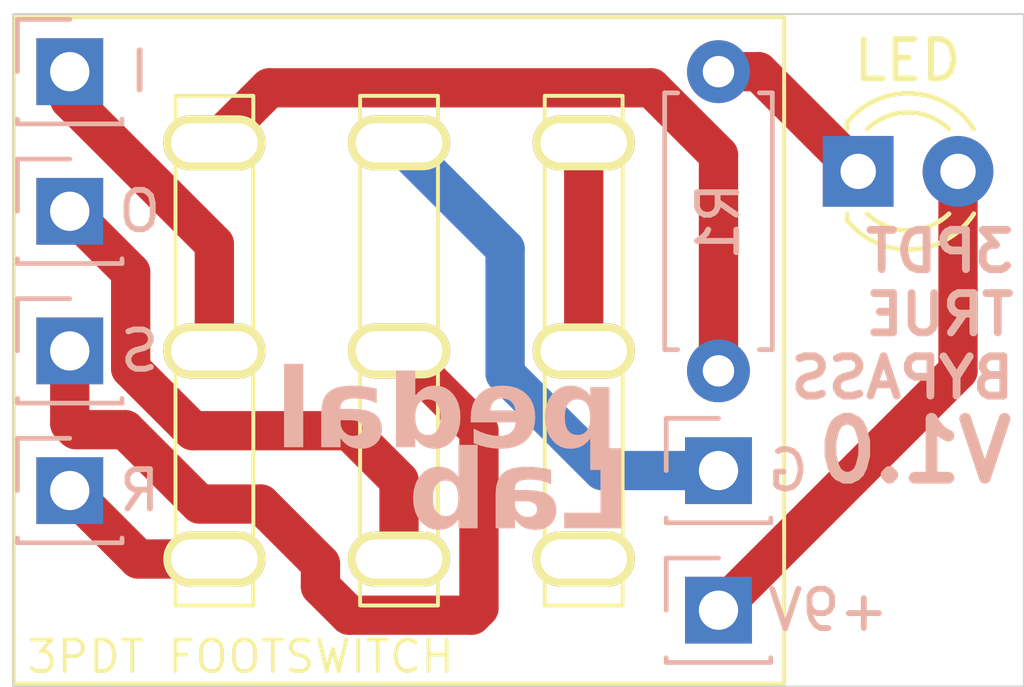
<source format=kicad_pcb>
(kicad_pcb (version 20240108) (generator "pcbnew") (generator_version "8.0")
  (layers (0 "F.Cu" signal) (31 "B.Cu" signal) (34 "B.Paste" user) (35 "F.Paste" user) (36 "B.SilkS" user "B.Silkscreen") (37 "F.SilkS" user "F.Silkscreen") (38 "B.Mask" user) (39 "F.Mask" user) (44 "Edge.Cuts" user))
  (net 0 "")
  (net 2 "Net-(J1-Pin_1)")
  (net 3 "Net-(J2-Pin_1)")
  (net 4 "Net-(J3-Pin_1)")
  (net 5 "Net-(J4-Pin_1)")
  (net 6 "Net-(J5-Pin_1)")
  (net 7 "Net-(D1-K)")
  (net 8 "Net-(SW1-C)")
  (net 9 "Net-(D1-A)")
  (net 10 "Net-(SW1-A)")
  (footprint "Library:STOMP-SWITCH-3PDT_DaierTek" (layer "F.Cu") (at 76.41844 55.59806)
    (property "Reference" "SW1")
    (property "Value" "SW_3PDT")
    (fp_rect (start -5.6896 -5.9944) (end -3.7084 6.985) (stroke (width 0.1)) (fill none) (layer "F.SilkS"))
    (fp_rect (start -0.9906 -5.9944) (end 0.9906 6.985) (stroke (width 0.1)) (fill none) (layer "F.SilkS"))
    (fp_rect (start 3.7084 -5.9944) (end 5.6896 6.985) (stroke (width 0.1)) (fill none) (layer "F.SilkS"))
    (pad "1" thru_hole oval (at -4.70004 -4.79806) (size 2.6 1.4) (drill oval 2.2 1) (layers "*.Cu" "F.Paste" "F.SilkS" "F.Mask") (net 10 "Net-(SW1-A)"))
    (pad "2" thru_hole oval (at -0.00004 -4.79806) (size 2.6 1.4) (drill oval 2.2 1) (layers "*.Cu" "F.Paste" "F.SilkS" "F.Mask") (net 2 "Net-(J1-Pin_1)"))
    (pad "3" thru_hole oval (at 4.69996 -4.79806) (size 2.6 1.4) (drill oval 2.2 1) (layers "*.Cu" "F.Paste" "F.SilkS" "F.Mask") (net 8 "Net-(SW1-C)"))
    (pad "4" thru_hole oval (at -4.70004 0.50194) (size 2.6 1.4) (drill oval 2.2 1) (layers "*.Cu" "F.Paste" "F.SilkS" "F.Mask") (net 5 "Net-(J4-Pin_1)"))
    (pad "5" thru_hole oval (at -0.00004 0.50173) (size 2.6 1.4) (drill oval 2.2 1) (layers "*.Cu" "F.Paste" "F.SilkS" "F.Mask") (net 3 "Net-(J2-Pin_1)"))
    (pad "6" thru_hole oval (at 4.69996 0.50173) (size 2.6 1.4) (drill oval 2.2 1) (layers "*.Cu" "F.Paste" "F.SilkS" "F.Mask") (net 8 "Net-(SW1-C)"))
    (pad "7" thru_hole oval (at -4.70004 5.80194) (size 2.6 1.4) (drill oval 2.2 1) (layers "*.Cu" "F.Paste" "F.SilkS" "F.Mask") (net 6 "Net-(J5-Pin_1)"))
    (pad "8" thru_hole oval (at -0.00004 5.80194) (size 2.6 1.4) (drill oval 2.2 1) (layers "*.Cu" "F.Paste" "F.SilkS" "F.Mask") (net 4 "Net-(J3-Pin_1)"))
    (pad "9" thru_hole oval (at 4.69996 5.80194) (size 2.6 1.4) (drill oval 2.2 1) (layers "*.Cu" "F.Paste" "F.SilkS" "F.Mask"))
  )
  (footprint "LED_THT:LED_D3.0mm" (layer "F.Cu") (at 88.104001 51.528001)
    (property "Reference" "D1" (hide yes))
    (property "Value" "LED" (at 1.256664 -2.824999 0) (layer "F.SilkS"))
    (fp_line (start -0.29 -1.236) (end -0.29 -1.08) (stroke (width 0.12)) (layer "F.SilkS"))
    (fp_line (start -0.29 1.08) (end -0.29 1.236) (stroke (width 0.12)) (layer "F.SilkS"))
    (fp_arc (start -0.29 -1.235516) (mid 1.366487 -1.987659) (end 2.942335 -1.078608) (stroke (width 0.12)) (layer "F.SilkS"))
    (fp_arc (start 0.229039 -1.08) (mid 1.270117 -1.5) (end 2.31113 -1.079837) (stroke (width 0.12)) (layer "F.SilkS"))
    (fp_arc (start 2.31113 1.079837) (mid 1.270117 1.5) (end 0.229039 1.08) (stroke (width 0.12)) (layer "F.SilkS"))
    (fp_arc (start 2.942335 1.078608) (mid 1.366487 1.987659) (end -0.29 1.235516) (stroke (width 0.12)) (layer "F.SilkS"))
    (pad "1" thru_hole rect (at 0 0) (size 1.8 1.8) (drill 0.9) (layers "*.Cu" "*.Mask") (net 7 "Net-(D1-K)"))
    (pad "2" thru_hole circle (at 2.54 0) (size 1.8 1.8) (drill 0.9) (layers "*.Cu" "*.Mask") (net 9 "Net-(D1-A)"))
  )
  (footprint "Connector_PinSocket_2.54mm:PinSocket_1x01_P2.54mm_Vertical" (layer "B.Cu") (at 68.038001 52.544001 180)
    (property "Reference" "J3" (hide yes))
    (property "Value" "O" (at -1.778 0 180) (layer "B.SilkS") (effects (justify mirror)))
    (fp_line (start 1.33 1.33) (end 0 1.33) (stroke (width 0.12)) (layer "B.SilkS"))
    (fp_line (start 1.33 0) (end 1.33 1.33) (stroke (width 0.12)) (layer "B.SilkS"))
    (fp_line (start 1.33 -1.33) (end 1.33 -1.21) (stroke (width 0.12)) (layer "B.SilkS"))
    (fp_line (start 1.33 -1.33) (end -1.33 -1.33) (stroke (width 0.12)) (layer "B.SilkS"))
    (fp_line (start -1.33 -1.33) (end -1.33 -1.21) (stroke (width 0.12)) (layer "B.SilkS"))
    (pad "1" thru_hole rect (at 0 0 180) (size 1.7 1.7) (drill 1) (layers "*.Cu" "*.Mask") (net 4 "Net-(J3-Pin_1)"))
  )
  (footprint "Connector_PinSocket_2.54mm:PinSocket_1x01_P2.54mm_Vertical" (layer "B.Cu") (at 84.548001 62.704001 180)
    (property "Reference" "J6" (hide yes))
    (property "Value" "+9V" (at -2.794 0 180) (layer "B.SilkS") (effects (justify mirror)))
    (fp_line (start 1.33 1.33) (end 0 1.33) (stroke (width 0.12)) (layer "B.SilkS"))
    (fp_line (start 1.33 0) (end 1.33 1.33) (stroke (width 0.12)) (layer "B.SilkS"))
    (fp_line (start 1.33 -1.33) (end 1.33 -1.21) (stroke (width 0.12)) (layer "B.SilkS"))
    (fp_line (start 1.33 -1.33) (end -1.33 -1.33) (stroke (width 0.12)) (layer "B.SilkS"))
    (fp_line (start -1.33 -1.33) (end -1.33 -1.21) (stroke (width 0.12)) (layer "B.SilkS"))
    (pad "1" thru_hole rect (at 0 0 180) (size 1.7 1.7) (drill 1) (layers "*.Cu" "*.Mask") (net 9 "Net-(D1-A)"))
  )
  (footprint "Connector_PinSocket_2.54mm:PinSocket_1x01_P2.54mm_Vertical" (layer "B.Cu") (at 68.038001 56.100001 180)
    (property "Reference" "J2" (hide yes))
    (property "Value" "S" (at -1.778 0 180) (layer "B.SilkS") (effects (justify mirror)))
    (fp_line (start 1.33 1.33) (end 0 1.33) (stroke (width 0.12)) (layer "B.SilkS"))
    (fp_line (start 1.33 0) (end 1.33 1.33) (stroke (width 0.12)) (layer "B.SilkS"))
    (fp_line (start 1.33 -1.33) (end 1.33 -1.21) (stroke (width 0.12)) (layer "B.SilkS"))
    (fp_line (start 1.33 -1.33) (end -1.33 -1.33) (stroke (width 0.12)) (layer "B.SilkS"))
    (fp_line (start -1.33 -1.33) (end -1.33 -1.21) (stroke (width 0.12)) (layer "B.SilkS"))
    (pad "1" thru_hole rect (at 0 0 180) (size 1.7 1.7) (drill 1) (layers "*.Cu" "*.Mask") (net 3 "Net-(J2-Pin_1)"))
  )
  (footprint "Connector_PinSocket_2.54mm:PinSocket_1x01_P2.54mm_Vertical" (layer "B.Cu") (at 68.038001 59.656001 180)
    (property "Reference" "J5" (hide yes))
    (property "Value" "R" (at -1.778 0 180) (layer "B.SilkS") (effects (justify mirror)))
    (fp_line (start 1.33 1.33) (end 0 1.33) (stroke (width 0.12)) (layer "B.SilkS"))
    (fp_line (start 1.33 0) (end 1.33 1.33) (stroke (width 0.12)) (layer "B.SilkS"))
    (fp_line (start 1.33 -1.33) (end 1.33 -1.21) (stroke (width 0.12)) (layer "B.SilkS"))
    (fp_line (start 1.33 -1.33) (end -1.33 -1.33) (stroke (width 0.12)) (layer "B.SilkS"))
    (fp_line (start -1.33 -1.33) (end -1.33 -1.21) (stroke (width 0.12)) (layer "B.SilkS"))
    (pad "1" thru_hole rect (at 0 0 180) (size 1.7 1.7) (drill 1) (layers "*.Cu" "*.Mask") (net 6 "Net-(J5-Pin_1)"))
  )
  (footprint "Resistor_THT:R_Axial_DIN0207_L6.3mm_D2.5mm_P7.62mm_Horizontal" (layer "B.Cu") (at 84.548001 56.608001 90)
    (property "Reference" "R1" (at 3.81 0 -90) (layer "B.SilkS") (effects (justify mirror)))
    (property "Value" "R")
    (fp_line (start 7.08 -1.37) (end 0.54 -1.37) (stroke (width 0.12)) (layer "B.SilkS"))
    (fp_line (start 0.54 -1.37) (end 0.54 -1.04) (stroke (width 0.12)) (layer "B.SilkS"))
    (fp_line (start 7.08 -1.04) (end 7.08 -1.37) (stroke (width 0.12)) (layer "B.SilkS"))
    (fp_line (start 7.08 1.04) (end 7.08 1.37) (stroke (width 0.12)) (layer "B.SilkS"))
    (fp_line (start 7.08 1.37) (end 0.54 1.37) (stroke (width 0.12)) (layer "B.SilkS"))
    (fp_line (start 0.54 1.37) (end 0.54 1.04) (stroke (width 0.12)) (layer "B.SilkS"))
    (pad "1" thru_hole circle (at 0 0 90) (size 1.6 1.6) (drill 0.8) (layers "*.Cu" "*.Mask") (net 10 "Net-(SW1-A)"))
    (pad "2" thru_hole oval (at 7.62 0 90) (size 1.6 1.6) (drill 0.8) (layers "*.Cu" "*.Mask") (net 7 "Net-(D1-K)"))
  )
  (footprint "Connector_PinSocket_2.54mm:PinSocket_1x01_P2.54mm_Vertical" (layer "B.Cu") (at 68.038001 48.988001 180)
    (property "Reference" "J4" (hide yes))
    (property "Value" "I" (at -1.778 0 180) (layer "B.SilkS") (effects (justify mirror)))
    (fp_line (start 1.33 1.33) (end 0 1.33) (stroke (width 0.12)) (layer "B.SilkS"))
    (fp_line (start 1.33 0) (end 1.33 1.33) (stroke (width 0.12)) (layer "B.SilkS"))
    (fp_line (start 1.33 -1.33) (end 1.33 -1.21) (stroke (width 0.12)) (layer "B.SilkS"))
    (fp_line (start 1.33 -1.33) (end -1.33 -1.33) (stroke (width 0.12)) (layer "B.SilkS"))
    (fp_line (start -1.33 -1.33) (end -1.33 -1.21) (stroke (width 0.12)) (layer "B.SilkS"))
    (pad "1" thru_hole rect (at 0 0 180) (size 1.7 1.7) (drill 1) (layers "*.Cu" "*.Mask") (net 5 "Net-(J4-Pin_1)"))
  )
  (footprint "Connector_PinSocket_2.54mm:PinSocket_1x01_P2.54mm_Vertical" (layer "B.Cu") (at 84.548001 59.148001 180)
    (property "Reference" "J1" (hide yes))
    (property "Value" "G" (at -1.778 0 180) (layer "B.SilkS") (effects (justify mirror)))
    (fp_line (start 1.33 1.33) (end 0 1.33) (stroke (width 0.12)) (layer "B.SilkS"))
    (fp_line (start 1.33 0) (end 1.33 1.33) (stroke (width 0.12)) (layer "B.SilkS"))
    (fp_line (start 1.33 -1.33) (end 1.33 -1.21) (stroke (width 0.12)) (layer "B.SilkS"))
    (fp_line (start 1.33 -1.33) (end -1.33 -1.33) (stroke (width 0.12)) (layer "B.SilkS"))
    (fp_line (start -1.33 -1.33) (end -1.33 -1.21) (stroke (width 0.12)) (layer "B.SilkS"))
    (pad "1" thru_hole rect (at 0 0 180) (size 1.7 1.7) (drill 1) (layers "*.Cu" "*.Mask") (net 2 "Net-(J1-Pin_1)"))
  )
  (gr_line (start 66.6184 47.59979) (end 86.2184 47.59979) (stroke (width 0.1)) (layer "F.SilkS"))
  (gr_line (start 86.2184 47.59979) (end 86.2184 64.570204) (stroke (width 0.1)) (layer "F.SilkS"))
  (gr_line (start 86.2184 64.570204) (end 66.6184 64.570204) (stroke (width 0.1)) (layer "F.SilkS"))
  (gr_line (start 66.6184 64.570204) (end 66.6184 47.59979) (stroke (width 0.1)) (layer "F.SilkS"))
  (gr_rect (start 66.596797 47.520666) (end 92.320004 64.645337) (stroke (width 0.05)) (fill none) (layer "Edge.Cuts"))
  (gr_text "pedal" (at 82.008001 58.894001 0) (layer "B.SilkS") (effects (font (size 2 2) (thickness 0.3) (bold yes)) (justify left bottom mirror)))
  (gr_text "Lab" (at 82.32717 60.959031 0) (layer "B.SilkS") (effects (font (size 2 2) (thickness 0.3) (bold yes)) (justify left bottom mirror)))
  (gr_text "V1.0" (at 92.168001 59.529001 0) (layer "B.SilkS") (effects (font (size 1.5 1.5) (thickness 0.3) (bold yes)) (justify left bottom mirror)))
  (gr_text "3PDT\nTRUE\nBYPASS" (at 92.168001 57.370001 0) (layer "B.SilkS") (effects (font (size 1 1) (thickness 0.2) (bold yes)) (justify left bottom mirror)))
  (gr_text "3PDT FOOTSWITCH" (at 66.895001 64.355001 0) (layer "F.SilkS") (effects (font (size 0.8 0.8) (thickness 0.1)) (justify left bottom)))
  (segment (start 84.548001 59.148001) (end 81.586712 59.148001) (width 1) (layer "B.Cu") (net 2))
  (segment (start 79.1184 56.679689) (end 79.1184 53.5) (width 1) (layer "B.Cu") (net 2))
  (segment (start 81.586712 59.148001) (end 79.1184 56.679689) (width 1) (layer "B.Cu") (net 2))
  (segment (start 79.1184 53.5) (end 76.4184 50.8) (width 1) (layer "B.Cu") (net 2))
  (segment (start 78.452001 62.646298) (end 78.452001 58.133391) (width 1) (layer "F.Cu") (net 3))
  (segment (start 72.898299 60) (end 74.4184 61.520101) (width 1) (layer "F.Cu") (net 3))
  (segment (start 75.150001 62.831001) (end 78.267298 62.831001) (width 1) (layer "F.Cu") (net 3))
  (segment (start 68.038001 56.100001) (end 68.038001 57.950001) (width 1) (layer "F.Cu") (net 3))
  (segment (start 69.447446 58.106001) (end 71.341445 60) (width 1) (layer "F.Cu") (net 3))
  (segment (start 74.4184 61.520101) (end 74.4184 62.0994) (width 1) (layer "F.Cu") (net 3))
  (segment (start 68.038001 57.950001) (end 68.194001 58.106001) (width 1) (layer "F.Cu") (net 3))
  (segment (start 71.341445 60) (end 72.898299 60) (width 1) (layer "F.Cu") (net 3))
  (segment (start 78.452001 58.133391) (end 76.4184 56.09979) (width 1) (layer "F.Cu") (net 3))
  (segment (start 74.4184 62.0994) (end 75.150001 62.831001) (width 1) (layer "F.Cu") (net 3))
  (segment (start 68.194001 58.106001) (end 69.447446 58.106001) (width 1) (layer "F.Cu") (net 3))
  (segment (start 78.267298 62.831001) (end 78.452001 62.646298) (width 1) (layer "F.Cu") (net 3))
  (segment (start 69.588001 54.094001) (end 69.588001 56.5495) (width 1) (layer "F.Cu") (net 4))
  (segment (start 75.277001 58.132001) (end 75.277001 58.259001) (width 1) (layer "F.Cu") (net 4))
  (segment (start 69.588001 56.5495) (end 71.170502 58.132001) (width 1) (layer "F.Cu") (net 4))
  (segment (start 71.170502 58.132001) (end 75.277001 58.132001) (width 1) (layer "F.Cu") (net 4))
  (segment (start 75.277001 58.259001) (end 76.4184 59.4004) (width 1) (layer "F.Cu") (net 4))
  (segment (start 76.4184 59.4004) (end 76.4184 61.4) (width 1) (layer "F.Cu") (net 4))
  (segment (start 68.038001 52.544001) (end 69.588001 54.094001) (width 1) (layer "F.Cu") (net 4))
  (segment (start 68.038001 49.6995) (end 71.7184 53.379899) (width 1) (layer "F.Cu") (net 5))
  (segment (start 71.7184 53.379899) (end 71.7184 56.1) (width 1) (layer "F.Cu") (net 5))
  (segment (start 68.038001 48.988001) (end 68.038001 49.6995) (width 1) (layer "F.Cu") (net 5))
  (segment (start 69.782 61.4) (end 68.038001 59.656001) (width 1) (layer "F.Cu") (net 6))
  (segment (start 71.7184 61.4) (end 69.782 61.4) (width 1) (layer "F.Cu") (net 6))
  (segment (start 84.548001 48.988001) (end 85.564001 48.988001) (width 1) (layer "F.Cu") (net 7))
  (segment (start 85.564001 48.988001) (end 88.104001 51.528001) (width 1) (layer "F.Cu") (net 7))
  (segment (start 81.1184 50.8) (end 81.1184 56.09979) (width 1) (layer "F.Cu") (net 8))
  (segment (start 90.644001 56.608001) (end 90.644001 51.528001) (width 1) (layer "F.Cu") (net 9))
  (segment (start 84.548001 62.704001) (end 90.644001 56.608001) (width 1) (layer "F.Cu") (net 9))
  (segment (start 84.548001 51.109322) (end 82.838679 49.4) (width 1) (layer "F.Cu") (net 10))
  (segment (start 84.548001 56.608001) (end 84.548001 51.109322) (width 1) (layer "F.Cu") (net 10))
  (segment (start 73.1184 49.4) (end 71.7184 50.8) (width 1) (layer "F.Cu") (net 10))
  (segment (start 82.838679 49.4) (end 73.1184 49.4) (width 1) (layer "F.Cu") (net 10))
)
</source>
